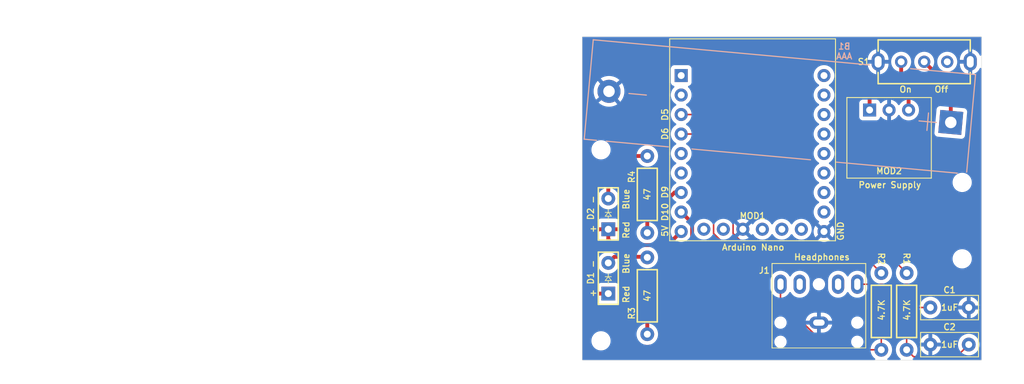
<source format=kicad_pcb>
(kicad_pcb (version 20240108) (generator "pcbnew") (generator_version "8.0")
  (title_block (date "2025-01-11"))
  (layers (0 "F.Cu" signal) (31 "B.Cu" signal) (34 "B.Paste" user) (35 "F.Paste" user) (36 "B.SilkS" user "B.Silkscreen") (37 "F.SilkS" user "F.Silkscreen") (38 "B.Mask" user) (39 "F.Mask" user) (44 "Edge.Cuts" user))
  (net 0 "")
  (net 1 "GND")
  (net 2 "Net-(MOD2-Vi)")
  (net 3 "Net-(J1-Ring)")
  (net 4 "Net-(J1-Tip)")
  (net 5 "+5V")
  (net 6 "Net-(D1-K)")
  (net 7 "Net-(D2-K)")
  (net 13 "Net-(MOD1-D5)")
  (net 14 "Net-(B1-Pad+)")
  (net 17 "Net-(MOD1-D9)")
  (net 24 "Net-(MOD1-D6)")
  (net 29 "Net-(MOD1-D10)")
  (footprint "MountingHole:MountingHole_2.1mm" (layer "F.Cu") (at 174.874 88.4)
    (property "Reference" "REF**" (hide yes))
    (property "Value" "MountingHole_2.1mm")
    (pad "" np_thru_hole circle (at 0 0) (size 2.1 2.1) (drill 2.1) (layers "F&B.Cu" "*.Mask"))
  )
  (footprint "Mitch_Library:Cap_THT_0.5mm" (layer "F.Cu") (at 173.228 94.742)
    (property "Reference" "C1" (at 0 -2.286 0) (layer "F.SilkS") (effects (font (size 0.8 0.8) (thickness 0.15) (bold yes))))
    (property "Value" "1uF" (at 0 0 0) (layer "F.SilkS") (effects (font (size 0.8 0.8) (thickness 0.15) (bold yes))))
    (fp_line (start -3.77 -1.58) (end 3.77 -1.58) (stroke (width 0.127)) (layer "F.SilkS"))
    (fp_line (start -3.77 1.6) (end -3.77 -1.58) (stroke (width 0.127)) (layer "F.SilkS"))
    (fp_line (start 3.77 -1.58) (end 3.77 1.6) (stroke (width 0.127)) (layer "F.SilkS"))
    (fp_line (start 3.77 1.6) (end -3.77 1.6) (stroke (width 0.127)) (layer "F.SilkS"))
    (pad "1" thru_hole circle (at -2.5 0) (size 1.8 1.8) (drill 0.9) (layers "*.Cu" "*.Mask") (net 3 "Net-(J1-Ring)"))
    (pad "2" thru_hole circle (at 2.5 0) (size 1.8 1.8) (drill 0.9) (layers "*.Cu" "*.Mask") (net 1 "GND"))
  )
  (footprint "MountingHole:MountingHole_2.1mm" (layer "F.Cu") (at 174.874 78.45)
    (property "Reference" "REF**" (hide yes))
    (property "Value" "MountingHole_2.1mm")
    (pad "" np_thru_hole circle (at 0 0) (size 2.1 2.1) (drill 2.1) (layers "F&B.Cu" "*.Mask"))
  )
  (footprint "Mitch_Library:Nano_V3_SuperMini" (layer "F.Cu") (at 147.574 72.898)
    (property "Reference" "MOD1" (at 0 9.906 0) (layer "F.SilkS") (effects (font (size 0.8 0.8) (thickness 0.15) (bold yes))))
    (property "Value" "~" (hide yes))
    (fp_line (start -10.8 -13.15) (end 10.8 -13.15) (stroke (width 0.127)) (layer "F.SilkS"))
    (fp_line (start -10.8 13.15) (end -10.8 -13.15) (stroke (width 0.127)) (layer "F.SilkS"))
    (fp_line (start 10.8 -13.15) (end 10.8 13.15) (stroke (width 0.127)) (layer "F.SilkS"))
    (fp_line (start 10.8 13.15) (end -10.8 13.15) (stroke (width 0.127)) (layer "F.SilkS"))
    (pad "1" thru_hole rect (at -9.3 -8.37) (size 1.7 1.7) (drill 0.9) (layers "*.Cu" "*.Mask"))
    (pad "2" thru_hole circle (at -9.3 -5.83) (size 1.7 1.7) (drill 0.9) (layers "*.Cu" "*.Mask"))
    (pad "3" thru_hole circle (at -9.3 -3.29) (size 1.7 1.7) (drill 0.9) (layers "*.Cu" "*.Mask") (net 13 "Net-(MOD1-D5)"))
    (pad "4" thru_hole circle (at -9.3 -0.75) (size 1.7 1.7) (drill 0.9) (layers "*.Cu" "*.Mask") (net 24 "Net-(MOD1-D6)"))
    (pad "5" thru_hole circle (at -9.3 1.79) (size 1.7 1.7) (drill 0.9) (layers "*.Cu" "*.Mask"))
    (pad "6" thru_hole circle (at -9.3 4.33) (size 1.7 1.7) (drill 0.9) (layers "*.Cu" "*.Mask"))
    (pad "7" thru_hole circle (at -9.3 6.87) (size 1.7 1.7) (drill 0.9) (layers "*.Cu" "*.Mask") (net 17 "Net-(MOD1-D9)"))
    (pad "8" thru_hole circle (at -9.3 9.41) (size 1.7 1.7) (drill 0.9) (layers "*.Cu" "*.Mask") (net 29 "Net-(MOD1-D10)"))
    (pad "9" thru_hole circle (at -9.3 11.95) (size 1.7 1.7) (drill 0.9) (layers "*.Cu" "*.Mask") (net 5 "+5V"))
    (pad "10" thru_hole circle (at -6.35 11.65) (size 1.7 1.7) (drill 0.9) (layers "*.Cu" "*.Mask"))
    (pad "11" thru_hole circle (at -3.81 11.65) (size 1.7 1.7) (drill 0.9) (layers "*.Cu" "*.Mask"))
    (pad "12" thru_hole circle (at -1.27 11.65) (size 1.7 1.7) (drill 0.9) (layers "*.Cu" "*.Mask") (net 1 "GND"))
    (pad "13" thru_hole circle (at 1.27 11.65) (size 1.7 1.7) (drill 0.9) (layers "*.Cu" "*.Mask"))
    (pad "14" thru_hole circle (at 3.81 11.65) (size 1.7 1.7) (drill 0.9) (layers "*.Cu" "*.Mask"))
    (pad "15" thru_hole circle (at 6.35 11.65) (size 1.7 1.7) (drill 0.9) (layers "*.Cu" "*.Mask"))
    (pad "16" thru_hole circle (at 9.3 11.95) (size 1.7 1.7) (drill 0.9) (layers "*.Cu" "*.Mask") (net 1 "GND"))
    (pad "17" thru_hole circle (at 9.3 9.41) (size 1.7 1.7) (drill 0.9) (layers "*.Cu" "*.Mask"))
    (pad "18" thru_hole circle (at 9.3 6.87) (size 1.7 1.7) (drill 0.9) (layers "*.Cu" "*.Mask"))
    (pad "19" thru_hole circle (at 9.3 4.33) (size 1.7 1.7) (drill 0.9) (layers "*.Cu" "*.Mask"))
    (pad "20" thru_hole circle (at 9.3 1.79) (size 1.7 1.7) (drill 0.9) (layers "*.Cu" "*.Mask"))
    (pad "21" thru_hole circle (at 9.3 -0.75) (size 1.7 1.7) (drill 0.9) (layers "*.Cu" "*.Mask"))
    (pad "22" thru_hole circle (at 9.3 -3.29) (size 1.7 1.7) (drill 0.9) (layers "*.Cu" "*.Mask"))
    (pad "23" thru_hole circle (at 9.3 -5.83) (size 1.7 1.7) (drill 0.9) (layers "*.Cu" "*.Mask"))
    (pad "24" thru_hole circle (at 9.3 -8.37) (size 1.7 1.7) (drill 0.9) (layers "*.Cu" "*.Mask"))
  )
  (footprint "Mitch_Library:Cap_THT_0.5mm" (layer "F.Cu") (at 173.228 99.568)
    (property "Reference" "C2" (at 0 -2.286 0) (layer "F.SilkS") (effects (font (size 0.8 0.8) (thickness 0.15) (bold yes))))
    (property "Value" "1uF" (at 0 0 0) (layer "F.SilkS") (effects (font (size 0.8 0.8) (thickness 0.15) (bold yes))))
    (fp_line (start -3.77 -1.58) (end 3.77 -1.58) (stroke (width 0.127)) (layer "F.SilkS"))
    (fp_line (start -3.77 1.6) (end -3.77 -1.58) (stroke (width 0.127)) (layer "F.SilkS"))
    (fp_line (start 3.77 -1.58) (end 3.77 1.6) (stroke (width 0.127)) (layer "F.SilkS"))
    (fp_line (start 3.77 1.6) (end -3.77 1.6) (stroke (width 0.127)) (layer "F.SilkS"))
    (pad "1" thru_hole circle (at -2.5 0) (size 1.8 1.8) (drill 0.9) (layers "*.Cu" "*.Mask") (net 1 "GND"))
    (pad "2" thru_hole circle (at 2.5 0) (size 1.8 1.8) (drill 0.9) (layers "*.Cu" "*.Mask") (net 4 "Net-(J1-Tip)"))
  )
  (footprint "Mitch_Library:0.9-5V_To_5V_DC-DC_Step-Up_Power_Module" (layer "F.Cu") (at 165.354 72.644 -90)
    (property "Reference" "MOD2" (at 4.318 0 0) (layer "F.SilkS") (effects (font (size 0.8 0.8) (thickness 0.15) (bold yes))))
    (property "Value" "~" (hide yes))
    (fp_line (start -5.25 5.5) (end -5.25 -5.5) (stroke (width 0.127)) (layer "F.SilkS"))
    (fp_line (start 5.25 5.5) (end -5.25 5.5) (stroke (width 0.127)) (layer "F.SilkS"))
    (fp_line (start -5.25 -5.5) (end 5.25 -5.5) (stroke (width 0.127)) (layer "F.SilkS"))
    (fp_line (start 5.25 -5.5) (end 5.25 5.5) (stroke (width 0.127)) (layer "F.SilkS"))
    (pad "1" thru_hole rect (at -3.625 2.54 270) (size 1.7 1.7) (drill 0.9) (layers "*.Cu" "*.Mask") (net 5 "+5V"))
    (pad "2" thru_hole circle (at -3.625 0 270) (size 1.7 1.7) (drill 0.9) (layers "*.Cu" "*.Mask") (net 1 "GND"))
    (pad "3" thru_hole circle (at -3.625 -2.54 270) (size 1.7 1.7) (drill 0.9) (layers "*.Cu" "*.Mask") (net 2 "Net-(MOD2-Vi)"))
  )
  (footprint "Mitch_Library:LEDs_with_wires" (layer "F.Cu") (at 128.778 82.55 90)
    (property "Reference" "D2" (at 0 -2.286 90) (layer "F.SilkS") (effects (font (size 0.8 0.8) (thickness 0.15) (bold yes))))
    (property "Value" "White")
    (fp_line (start 3.4 -1.3) (end 3.4 1.3) (stroke (width 0.2032)) (layer "F.SilkS"))
    (fp_line (start -3.4 -1.3) (end 3.4 -1.3) (stroke (width 0.2032)) (layer "F.SilkS"))
    (fp_line (start 0.2 -0.4) (end 0.2 0.4) (stroke (width 0.1)) (layer "F.SilkS"))
    (fp_line (start -0.3 -0.4) (end -0.3 0.4) (stroke (width 0.1)) (layer "F.SilkS"))
    (fp_line (start 0.2 0) (end -0.3 -0.4) (stroke (width 0.1)) (layer "F.SilkS"))
    (fp_line (start 0.2 0) (end 0.6 0) (stroke (width 0.1)) (layer "F.SilkS"))
    (fp_line (start -0.3 0) (end -0.7 0) (stroke (width 0.1)) (layer "F.SilkS"))
    (fp_line (start -0.3 0.4) (end 0.2 0) (stroke (width 0.1)) (layer "F.SilkS"))
    (fp_line (start 3.4 1.3) (end -3.4 1.3) (stroke (width 0.2032)) (layer "F.SilkS"))
    (fp_line (start -3.4 1.3) (end -3.4 -1.3) (stroke (width 0.2032)) (layer "F.SilkS"))
    (fp_text user "+" (at -2.54 -1.524 90) (layer "F.SilkS") (effects (font (size 0.8 0.8) (thickness 0.15) (bold yes)) (justify left bottom)))
    (fp_text user "Blue" (at 0.5 2.8 90) (layer "F.SilkS") (effects (font (size 0.8 0.8) (thickness 0.15) (bold yes)) (justify left bottom)))
    (fp_text user "-" (at 1.27 -1.524 90) (layer "F.SilkS") (effects (font (size 0.8 0.8) (thickness 0.15) (bold yes)) (justify left bottom)))
    (fp_text user "Red" (at -3.302 2.8 90) (layer "F.SilkS") (effects (font (size 0.8 0.8) (thickness 0.15) (bold yes)) (justify left bottom)))
    (pad "1" thru_hole rect (at -2 0 90) (size 1.8 1.8) (drill 0.9) (layers "*.Cu" "*.Mask") (net 5 "+5V"))
    (pad "2" thru_hole circle (at 2 0 90) (size 1.8 1.8) (drill 0.9) (layers "*.Cu" "*.Mask") (net 7 "Net-(D2-K)"))
  )
  (footprint "Mitch_Library:KiCad_Designed_With" (layer "F.Cu") (at 166.878 83.82)
    (property "Reference" "REF**" (hide yes))
    (property "Value" "KiCad_Designed_With" (hide yes))
  )
  (footprint "Mitch_Library:LEDs_with_wires" (layer "F.Cu") (at 128.778 90.932 90)
    (property "Reference" "D1" (at 0 -2.286 90) (layer "F.SilkS") (effects (font (size 0.8 0.8) (thickness 0.15) (bold yes))))
    (property "Value" "White")
    (fp_line (start 3.4 -1.3) (end 3.4 1.3) (stroke (width 0.2032)) (layer "F.SilkS"))
    (fp_line (start -3.4 -1.3) (end 3.4 -1.3) (stroke (width 0.2032)) (layer "F.SilkS"))
    (fp_line (start 0.2 -0.4) (end 0.2 0.4) (stroke (width 0.1)) (layer "F.SilkS"))
    (fp_line (start -0.3 -0.4) (end -0.3 0.4) (stroke (width 0.1)) (layer "F.SilkS"))
    (fp_line (start 0.2 0) (end -0.3 -0.4) (stroke (width 0.1)) (layer "F.SilkS"))
    (fp_line (start 0.2 0) (end 0.6 0) (stroke (width 0.1)) (layer "F.SilkS"))
    (fp_line (start -0.3 0) (end -0.7 0) (stroke (width 0.1)) (layer "F.SilkS"))
    (fp_line (start -0.3 0.4) (end 0.2 0) (stroke (width 0.1)) (layer "F.SilkS"))
    (fp_line (start 3.4 1.3) (end -3.4 1.3) (stroke (width 0.2032)) (layer "F.SilkS"))
    (fp_line (start -3.4 1.3) (end -3.4 -1.3) (stroke (width 0.2032)) (layer "F.SilkS"))
    (fp_text user "+" (at -2.54 -1.524 90) (layer "F.SilkS") (effects (font (size 0.8 0.8) (thickness 0.15) (bold yes)) (justify left bottom)))
    (fp_text user "Blue" (at 0.5 2.8 90) (layer "F.SilkS") (effects (font (size 0.8 0.8) (thickness 0.15) (bold yes)) (justify left bottom)))
    (fp_text user "-" (at 1.27 -1.524 90) (layer "F.SilkS") (effects (font (size 0.8 0.8) (thickness 0.15) (bold yes)) (justify left bottom)))
    (fp_text user "Red" (at -3.302 2.8 90) (layer "F.SilkS") (effects (font (size 0.8 0.8)) (justify left bottom)))
    (pad "1" thru_hole rect (at -2 0 90) (size 1.8 1.8) (drill 0.9) (layers "*.Cu" "*.Mask") (net 5 "+5V"))
    (pad "2" thru_hole circle (at 2 0 90) (size 1.8 1.8) (drill 0.9) (layers "*.Cu" "*.Mask") (net 6 "Net-(D1-K)"))
  )
  (footprint "Mitch_Library:SPST_Slide_Switch_5-pin" (layer "F.Cu") (at 169.926 62.738 180)
    (property "Reference" "S1" (at 7.874 0 0) (layer "F.SilkS") (effects (font (size 0.8 0.8) (thickness 0.15) (bold yes))))
    (property "Value" "SPST, 5-pin" (hide yes))
    (fp_line (start 6 2.85) (end 6 1.4) (stroke (width 0.2)) (layer "F.SilkS"))
    (fp_line (start 6 -2.85) (end 6 -1.4) (stroke (width 0.2)) (layer "F.SilkS"))
    (fp_line (start -6 2.85) (end 6 2.85) (stroke (width 0.2)) (layer "F.SilkS"))
    (fp_line (start -6 2.85) (end -6 1.4) (stroke (width 0.2)) (layer "F.SilkS"))
    (fp_line (start -6 -1.4) (end -6 -2.85) (stroke (width 0.2)) (layer "F.SilkS"))
    (fp_line (start -6 -2.85) (end 6 -2.85) (stroke (width 0.2)) (layer "F.SilkS"))
    (pad "1" thru_hole circle (at -3 0 180) (size 1.6 1.6) (drill 0.9) (layers "*.Cu" "*.Mask"))
    (pad "2" thru_hole circle (at 0 0 180) (size 1.6 1.6) (drill 0.9) (layers "*.Cu" "*.Mask") (net 14 "Net-(B1-Pad+)"))
    (pad "3" thru_hole circle (at 3 0 180) (size 1.6 1.6) (drill 0.9) (layers "*.Cu" "*.Mask") (net 2 "Net-(MOD2-Vi)"))
    (pad "4" thru_hole oval (at -6 0 180) (size 1.7 2.3) (drill oval 0.9 1.5) (layers "*.Cu" "*.Mask") (net 1 "GND"))
    (pad "5" thru_hole oval (at 6 0 180) (size 1.7 2.3) (drill oval 0.9 1.5) (layers "*.Cu" "*.Mask") (net 1 "GND"))
  )
  (footprint "Mitch_Library:Resistor_THT_0.25W" (layer "F.Cu") (at 133.858 93.218 90)
    (property "Reference" "R3" (at -2.286 -2.032 90) (layer "F.SilkS") (effects (font (size 0.8 0.8) (thickness 0.15) (bold yes))))
    (property "Value" "47" (at 0 0 90) (layer "F.SilkS") (effects (font (size 0.8 0.8) (thickness 0.15) (bold yes))))
    (fp_line (start 3.4 -1.3) (end 3.4 1.3) (stroke (width 0.2032)) (layer "F.SilkS"))
    (fp_line (start -3.4 -1.3) (end 3.4 -1.3) (stroke (width 0.2032)) (layer "F.SilkS"))
    (fp_line (start 3.4 1.3) (end -3.4 1.3) (stroke (width 0.2032)) (layer "F.SilkS"))
    (fp_line (start -3.4 1.3) (end -3.4 -1.3) (stroke (width 0.2032)) (layer "F.SilkS"))
    (pad "1" thru_hole circle (at -5 0 90) (size 1.8 1.8) (drill 0.9) (layers "*.Cu" "*.Mask") (net 29 "Net-(MOD1-D10)"))
    (pad "2" thru_hole circle (at 5 0 90) (size 1.8 1.8) (drill 0.9) (layers "*.Cu" "*.Mask") (net 6 "Net-(D1-K)"))
  )
  (footprint "Mitch_Library:Resistor_THT_0.25W" (layer "F.Cu") (at 133.858 80.01 90)
    (property "Reference" "R4" (at 2.286 -2.032 90) (layer "F.SilkS") (effects (font (size 0.8 0.8) (thickness 0.15) (bold yes))))
    (property "Value" "47" (at 0 0 90) (layer "F.SilkS") (effects (font (size 0.8 0.8) (thickness 0.15) (bold yes))))
    (fp_line (start 3.4 -1.3) (end 3.4 1.3) (stroke (width 0.2032)) (layer "F.SilkS"))
    (fp_line (start -3.4 -1.3) (end 3.4 -1.3) (stroke (width 0.2032)) (layer "F.SilkS"))
    (fp_line (start 3.4 1.3) (end -3.4 1.3) (stroke (width 0.2032)) (layer "F.SilkS"))
    (fp_line (start -3.4 1.3) (end -3.4 -1.3) (stroke (width 0.2032)) (layer "F.SilkS"))
    (pad "1" thru_hole circle (at -5 0 90) (size 1.8 1.8) (drill 0.9) (layers "*.Cu" "*.Mask") (net 17 "Net-(MOD1-D9)"))
    (pad "2" thru_hole circle (at 5 0 90) (size 1.8 1.8) (drill 0.9) (layers "*.Cu" "*.Mask") (net 7 "Net-(D2-K)"))
  )
  (footprint "Mitch_Library:CC_BY-SA_logo" (layer "F.Cu") (at 137.16 92.456 90)
    (property "Reference" "REF**" (hide yes))
    (property "Value" "CC_BY-SA_logo")
  )
  (footprint "Mitch_Library:Cornfield_Electronics_logo_19mm" (layer "F.Cu") (at 139.954 100.457)
    (property "Reference" "G***" (hide yes))
    (property "Value" "LOGO" (hide yes))
  )
  (footprint "Mitch_Library:Resistor_THT_0.25W" (layer "F.Cu") (at 164.338 95.25 -90)
    (property "Reference" "R2" (at -6.858 0 -90) (layer "F.SilkS") (effects (font (size 0.8 0.8) (thickness 0.15) (bold yes))))
    (property "Value" "4.7K")
    (fp_line (start -3.4 1.3) (end -3.4 -1.3) (stroke (width 0.2032)) (layer "F.SilkS"))
    (fp_line (start 3.4 1.3) (end -3.4 1.3) (stroke (width 0.2032)) (layer "F.SilkS"))
    (fp_line (start -3.4 -1.3) (end 3.4 -1.3) (stroke (width 0.2032)) (layer "F.SilkS"))
    (fp_line (start 3.4 -1.3) (end 3.4 1.3) (stroke (width 0.2032)) (layer "F.SilkS"))
    (pad "1" thru_hole circle (at -5 0 270) (size 1.8 1.8) (drill 0.9) (layers "*.Cu" "*.Mask") (net 24 "Net-(MOD1-D6)"))
    (pad "2" thru_hole circle (at 5 0 270) (size 1.8 1.8) (drill 0.9) (layers "*.Cu" "*.Mask") (net 3 "Net-(J1-Ring)"))
  )
  (footprint "Mitch_Library:Open_Hardware_logo_12mm" (layer "F.Cu") (at 143.256 93.472)
    (property "Reference" "G***" (hide yes))
    (property "Value" "LOGO" (hide yes))
  )
  (footprint "MountingHole:MountingHole_2.1mm" (layer "F.Cu") (at 127.832 74.2)
    (property "Reference" "REF**" (hide yes))
    (property "Value" "MountingHole_2.1mm")
    (pad "" np_thru_hole circle (at 0 0) (size 2.1 2.1) (drill 2.1) (layers "F&B.Cu" "*.Mask"))
  )
  (footprint "MountingHole:MountingHole_2.1mm" (layer "F.Cu") (at 127.832 99.08)
    (property "Reference" "REF**" (hide yes))
    (property "Value" "MountingHole_2.1mm")
    (pad "" np_thru_hole circle (at 0 0) (size 2.1 2.1) (drill 2.1) (layers "F&B.Cu" "*.Mask"))
  )
  (footprint "Mitch_Library:Resistor_THT_0.25W" (layer "F.Cu") (at 167.64 95.25 -90)
    (property "Reference" "R1" (at -6.858 0 -90) (layer "F.SilkS") (effects (font (size 0.8 0.8) (thickness 0.15) (bold yes))))
    (property "Value" "4.7K")
    (fp_line (start -3.4 1.3) (end -3.4 -1.3) (stroke (width 0.2032)) (layer "F.SilkS"))
    (fp_line (start 3.4 1.3) (end -3.4 1.3) (stroke (width 0.2032)) (layer "F.SilkS"))
    (fp_line (start -3.4 -1.3) (end 3.4 -1.3) (stroke (width 0.2032)) (layer "F.SilkS"))
    (fp_line (start 3.4 -1.3) (end 3.4 1.3) (stroke (width 0.2032)) (layer "F.SilkS"))
    (pad "1" thru_hole circle (at -5 0 270) (size 1.8 1.8) (drill 0.9) (layers "*.Cu" "*.Mask") (net 13 "Net-(MOD1-D5)"))
    (pad "2" thru_hole circle (at 5 0 270) (size 1.8 1.8) (drill 0.9) (layers "*.Cu" "*.Mask") (net 4 "Net-(J1-Tip)"))
  )
  (footprint "Mitch_Library:3.5mm_CUI_SJ1-3525NG_Horizontal" (layer "F.Cu") (at 156.21 95.512 180)
    (property "Reference" "J1" (at 7.112 5.596 0) (layer "F.SilkS") (effects (font (size 0.8 0.8) (thickness 0.15) (bold yes))))
    (property "Value" "~")
    (fp_line (start 6.1 6.5) (end -6.1 6.5) (stroke (width 0.12)) (layer "F.SilkS"))
    (fp_line (start 6.1 -4.5) (end 6.1 6.5) (stroke (width 0.12)) (layer "F.SilkS"))
    (fp_line (start 6.1 -4.5) (end -6.1 -4.5) (stroke (width 0.1)) (layer "F.SilkS"))
    (fp_line (start -6.1 6.5) (end -6.1 -4.5) (stroke (width 0.12)) (layer "F.SilkS"))
    (pad "" np_thru_hole circle (at -5 -3.7) (size 1.2 1.2) (drill 1.2) (layers "F&B.Cu" "*.Mask"))
    (pad "" np_thru_hole circle (at -5 -1.2) (size 1.2 1.2) (drill 1.2) (layers "F&B.Cu" "*.Mask"))
    (pad "" np_thru_hole circle (at 0 3.8) (size 1.2 1.2) (drill 1.2) (layers "F&B.Cu" "*.Mask"))
    (pad "" np_thru_hole circle (at 5 -3.7) (size 1.2 1.2) (drill 1.2) (layers "F&B.Cu" "*.Mask"))
    (pad "" np_thru_hole circle (at 5 -1.2) (size 1.2 1.2) (drill 1.2) (layers "F&B.Cu" "*.Mask"))
    (pad "1" thru_hole oval (at 0 -1.2) (size 2.5 1.6) (drill oval 1.5 0.8) (layers "*.Cu" "*.Mask") (net 1 "GND"))
    (pad "2" thru_hole oval (at -5 3.8 180) (size 1.6 2.5) (drill oval 0.8 1.5) (layers "*.Cu" "*.Mask") (net 4 "Net-(J1-Tip)"))
    (pad "3" thru_hole oval (at 5 3.8) (size 1.6 2.5) (drill oval 0.8 1.5) (layers "*.Cu" "*.Mask") (net 3 "Net-(J1-Ring)"))
    (pad "4" thru_hole oval (at -2.5 3.8 180) (size 1.6 2.5) (drill oval 0.8 1.5) (layers "*.Cu" "*.Mask"))
    (pad "5" thru_hole oval (at 2.5 3.8) (size 1.6 2.5) (drill oval 0.8 1.5) (layers "*.Cu" "*.Mask"))
  )
  (footprint "Mitch_Library:Battery_Holder_Keystone_2466_1xAAA_TH" (layer "B.Cu") (at 151.13 68.612 -95.199)
    (property "Reference" "B1" (hide yes))
    (property "Value" "~" (hide yes))
    (fp_line (start 6.5 25) (end -6.5 25) (stroke (width 0.15)) (layer "B.SilkS"))
    (fp_line (start 6.5 23.4) (end 6.5 25) (stroke (width 0.15)) (layer "B.SilkS"))
    (fp_line (start 6.5 14) (end 6.5 22.1) (stroke (width 0.15)) (layer "B.SilkS"))
    (fp_line (start 6.5 -4.6) (end 6.5 10.9) (stroke (width 0.15)) (layer "B.SilkS"))
    (fp_line (start -6.5 -11.1) (end -6.5 25) (stroke (width 0.15)) (layer "B.SilkS"))
    (fp_line (start 6.5 -23.8) (end 6.5 -8) (stroke (width 0.15)) (layer "B.SilkS"))
    (fp_line (start 6.246 -25) (end -6.5 -25) (stroke (width 0.15)) (layer "B.SilkS"))
    (fp_line (start -6.5 -25) (end -6.5 -16.5) (stroke (width 0.15)) (layer "B.SilkS"))
    (fp_text user "+" (at 0.176621 -19.112625 84.801) (layer "B.SilkS") (effects (font (size 3 3)) (justify mirror)))
    (fp_text user "-" (at -0.194325 18.600915 174.801) (layer "B.SilkS") (effects (font (size 3 3)) (justify mirror)))
    (pad "+" thru_hole rect (at -0.000002 -22.35 264.801) (size 3 3) (drill 1.5) (layers "*.Cu" "*.Mask") (net 14 "Net-(B1-Pad+)"))
    (pad "-" thru_hole circle (at 0.000002 22.35 264.801) (size 3 3) (drill 1.5) (layers "*.Cu" "*.Mask") (net 1 "GND"))
  )
  (gr_line (start 125.392 59.468) (end 125.392 101.6) (stroke (width 0.05)) (layer "Edge.Cuts"))
  (gr_line (start 177.392 59.468) (end 125.392 59.468) (stroke (width 0.05)) (layer "Edge.Cuts"))
  (gr_line (start 125.392 101.6) (end 177.392 101.6) (stroke (width 0.05)) (layer "Edge.Cuts"))
  (gr_line (start 177.392 101.6) (end 177.392 59.468) (stroke (width 0.05)) (layer "Edge.Cuts"))
  (gr_text "B1\nAAA" (at 159.512 62.484 0) (layer "B.SilkS") (effects (font (size 0.8 0.8) (thickness 0.15) (bold yes)) (justify bottom mirror)))
  (gr_text "Arduino Nano" (at 143.51 87.376 0) (layer "F.SilkS") (effects (font (size 0.8 0.8) (thickness 0.15) (bold yes)) (justify left bottom)))
  (gr_text "D9" (at 136.63 80.6 90) (layer "F.SilkS") (effects (font (size 0.8 0.8) (thickness 0.15) (bold yes)) (justify left bottom)))
  (gr_text "Headphones" (at 152.908 88.646 0) (layer "F.SilkS") (effects (font (size 0.8 0.8) (thickness 0.15) (bold yes)) (justify left bottom)))
  (gr_text "4.7K" (at 164.846 96.52 90) (layer "F.SilkS") (effects (font (size 0.8 0.8) (thickness 0.15) (bold yes)) (justify left bottom)))
  (gr_text "D10" (at 136.63 83.566 90) (layer "F.SilkS") (effects (font (size 0.8 0.8) (thickness 0.15) (bold yes)) (justify left bottom)))
  (gr_text "Power Supply" (at 161.29 79.248 0) (layer "F.SilkS") (effects (font (size 0.8 0.8) (thickness 0.15) (bold yes)) (justify left bottom)))
  (gr_text "5V" (at 136.63 85.598 90) (layer "F.SilkS") (effects (font (size 0.8 0.8) (thickness 0.15) (bold yes)) (justify left bottom)))
  (gr_text "D6" (at 136.63 73 90) (layer "F.SilkS") (effects (font (size 0.8 0.8) (thickness 0.15) (bold yes)) (justify left bottom)))
  (gr_text "On" (at 166.624 66.802 0) (layer "F.SilkS") (effects (font (size 0.8 0.8) (thickness 0.15) (bold yes)) (justify left bottom)))
  (gr_text "GND" (at 159.512 86.106 90) (layer "F.SilkS") (effects (font (size 0.8 0.8) (thickness 0.15) (bold yes)) (justify left bottom)))
  (gr_text "D5" (at 136.63 70.5 90) (layer "F.SilkS") (effects (font (size 0.8 0.8) (thickness 0.15) (bold yes)) (justify left bottom)))
  (gr_text "4.7K" (at 168.148 96.52 90) (layer "F.SilkS") (effects (font (size 0.8 0.8) (thickness 0.15) (bold yes)) (justify left bottom)))
  (gr_text "Off" (at 171.196 66.802 0) (layer "F.SilkS") (effects (font (size 0.8 0.8) (thickness 0.15) (bold yes)) (justify left bottom)))
  (segment (start 167.894 65.278) (end 167.894 69.019) (width 0.5) (layer "F.Cu") (net 2))
  (segment (start 166.926 62.738) (end 166.926 64.31) (width 0.5) (layer "F.Cu") (net 2))
  (segment (start 166.926 64.31) (end 167.894 65.278) (width 0.5) (layer "F.Cu") (net 2))
  (segment (start 157.654 100.25) (end 164.338 100.25) (width 0.2) (layer "F.Cu") (net 3))
  (segment (start 164.338 98.552) (end 164.338 100.25) (width 0.2) (layer "F.Cu") (net 3))
  (segment (start 170.728 94.742) (end 168.148 94.742) (width 0.2) (layer "F.Cu") (net 3))
  (segment (start 151.21 93.806) (end 157.654 100.25) (width 0.2) (layer "F.Cu") (net 3))
  (segment (start 168.148 94.742) (end 164.338 98.552) (width 0.2) (layer "F.Cu") (net 3))
  (segment (start 151.21 91.712) (end 151.21 93.806) (width 0.2) (layer "F.Cu") (net 3))
  (segment (start 169.672 96.774) (end 171.196 96.774) (width 0.2) (layer "F.Cu") (net 4))
  (segment (start 172.212 93.472) (end 170.452 91.712) (width 0.2) (layer "F.Cu") (net 4))
  (segment (start 167.64 100.25) (end 167.64 98.806) (width 0.2) (layer "F.Cu") (net 4))
  (segment (start 171.196 96.774) (end 172.212 95.758) (width 0.2) (layer "F.Cu") (net 4))
  (segment (start 170.452 91.712) (end 161.21 91.712) (width 0.2) (layer "F.Cu") (net 4))
  (segment (start 174.146 101.15) (end 168.54 101.15) (width 0.2) (layer "F.Cu") (net 4))
  (segment (start 168.54 101.15) (end 167.64 100.25) (width 0.2) (layer "F.Cu") (net 4))
  (segment (start 167.64 98.806) (end 169.672 96.774) (width 0.2) (layer "F.Cu") (net 4))
  (segment (start 172.212 95.758) (end 172.212 93.472) (width 0.2) (layer "F.Cu") (net 4))
  (segment (start 175.728 99.568) (end 174.146 101.15) (width 0.2) (layer "F.Cu") (net 4))
  (segment (start 136.144 79.502) (end 131.064 84.582) (width 0.5) (layer "F.Cu") (net 5))
  (segment (start 162.814 69.019) (end 162.814 67.31) (width 0.5) (layer "F.Cu") (net 5))
  (segment (start 131.064 84.582) (end 131.032 84.55) (width 0.5) (layer "F.Cu") (net 5))
  (segment (start 129.54 86.614) (end 136.508 86.614) (width 0.5) (layer "F.Cu") (net 5))
  (segment (start 136.144 63.246) (end 136.144 79.502) (width 0.5) (layer "F.Cu") (net 5))
  (segment (start 126.492 92.202) (end 126.492 85.598) (width 0.5) (layer "F.Cu") (net 5))
  (segment (start 137.414 61.976) (end 136.144 63.246) (width 0.5) (layer "F.Cu") (net 5))
  (segment (start 128.778 85.852) (end 129.54 86.614) (width 0.5) (layer "F.Cu") (net 5))
  (segment (start 127.254 92.964) (end 126.492 92.202) (width 0.5) (layer "F.Cu") (net 5))
  (segment (start 128.778 84.55) (end 128.778 85.852) (width 0.5) (layer "F.Cu") (net 5))
  (segment (start 157.48 61.976) (end 137.414 61.976) (width 0.5) (layer "F.Cu") (net 5))
  (segment (start 127.54 84.55) (end 128.778 84.55) (width 0.5) (layer "F.Cu") (net 5))
  (segment (start 136.508 86.614) (end 138.274 84.848) (width 0.5) (layer "F.Cu") (net 5))
  (segment (start 162.814 67.31) (end 157.48 61.976) (width 0.5) (layer "F.Cu") (net 5))
  (segment (start 127.286 92.932) (end 127.254 92.964) (width 0.5) (layer "F.Cu") (net 5))
  (segment (start 126.492 85.598) (end 127.54 84.55) (width 0.5) (layer "F.Cu") (net 5))
  (segment (start 128.778 92.932) (end 127.286 92.932) (width 0.5) (layer "F.Cu") (net 5))
  (segment (start 131.032 84.55) (end 128.778 84.55) (width 0.5) (layer "F.Cu") (net 5))
  (segment (start 133.778 88.138) (end 133.858 88.218) (width 0.5) (layer "F.Cu") (net 6))
  (segment (start 128.778 88.932) (end 129.572 88.138) (width 0.5) (layer "F.Cu") (net 6))
  (segment (start 129.572 88.138) (end 133.778 88.138) (width 0.5) (layer "F.Cu") (net 6))
  (segment (start 133.858 75.01) (end 132 75.01) (width 0.5) (layer "F.Cu") (net 7))
  (segment (start 132 75.01) (end 128.778 78.232) (width 0.5) (layer "F.Cu") (net 7))
  (segment (start 128.778 78.232) (end 128.778 80.55) (width 0.5) (layer "F.Cu") (net 7))
  (segment (start 140.208 69.596) (end 140.196 69.608) (width 0.2) (layer "F.Cu") (net 13))
  (segment (start 164.258 86.868) (end 146.812 86.868) (width 0.2) (layer "F.Cu") (net 13))
  (segment (start 140.196 69.608) (end 138.274 69.608) (width 0.2) (layer "F.Cu") (net 13))
  (segment (start 167.64 90.25) (end 164.258 86.868) (width 0.2) (layer "F.Cu") (net 13))
  (segment (start 145.034 74.422) (end 140.208 69.596) (width 0.2) (layer "F.Cu") (net 13))
  (segment (start 145.034 85.09) (end 145.034 74.422) (width 0.2) (layer "F.Cu") (net 13))
  (segment (start 146.812 86.868) (end 145.034 85.09) (width 0.2) (layer "F.Cu") (net 13))
  (segment (start 173.388052 66.200052) (end 169.926 62.738) (width 0.5) (layer "F.Cu") (net 14))
  (segment (start 173.388052 70.637248) (end 173.388052 66.200052) (width 0.5) (layer "F.Cu") (net 14))
  (segment (start 133.858 85.01) (end 133.858 83.312) (width 0.5) (layer "F.Cu") (net 17))
  (segment (start 137.402 79.768) (end 138.274 79.768) (width 0.5) (layer "F.Cu") (net 17))
  (segment (start 133.858 83.312) (end 137.402 79.768) (width 0.5) (layer "F.Cu") (net 17))
  (segment (start 142.494 85.09) (end 142.494 73.914) (width 0.2) (layer "F.Cu") (net 24))
  (segment (start 162.48 88.392) (end 145.796 88.392) (width 0.2) (layer "F.Cu") (net 24))
  (segment (start 140.704 72.148) (end 138.274 72.148) (width 0.2) (layer "F.Cu") (net 24))
  (segment (start 140.716 72.136) (end 140.704 72.148) (width 0.2) (layer "F.Cu") (net 24))
  (segment (start 145.796 88.392) (end 142.494 85.09) (width 0.2) (layer "F.Cu") (net 24))
  (segment (start 164.338 90.25) (end 162.48 88.392) (width 0.2) (layer "F.Cu") (net 24))
  (segment (start 142.494 73.914) (end 140.716 72.136) (width 0.2) (layer "F.Cu") (net 24))
  (segment (start 138.274 82.308) (end 139.7 83.734) (width 0.5) (layer "F.Cu") (net 29))
  (segment (start 139.7 85.852) (end 138.684 86.868) (width 0.5) (layer "F.Cu") (net 29))
  (segment (start 139.7 83.734) (end 139.7 85.852) (width 0.5) (layer "F.Cu") (net 29))
  (segment (start 138.684 86.868) (end 137.668 86.868) (width 0.5) (layer "F.Cu") (net 29))
  (segment (start 137.668 86.868) (end 133.858 90.678) (width 0.5) (layer "F.Cu") (net 29))
  (segment (start 133.858 90.678) (end 133.858 98.218) (width 0.5) (layer "F.Cu") (net 29))
  (zone (net 0) (net_name "") (layer "F.Cu") (priority 2) (connect_pads (clearance 0.5)) (min_thickness 0.25) (fill yes (thermal_gap 0.5) (thermal_bridge_width 0.5) (island_removal_mode 1) (island_area_min 10))
    (polygon (pts (xy 149.606 101.346) (xy 149.606 96.52) (xy 147.574 96.52) (xy 147.574 90.424) (xy 144.78 88.392) (xy 140.462 88.392) (xy 139.7 89.154) (xy 136.144 89.154) (xy 135.89 89.408) (xy 135.89 99.314) (xy 135.382 99.568) (xy 130.302 99.568) (xy 130.302 101.346)))
  )
  (zone (net 0) (net_name "") (layer "F.Cu") (priority 1) (connect_pads (clearance 0.5)) (min_thickness 0.25) (fill yes (thermal_gap 0.5) (thermal_bridge_width 0.5) (island_removal_mode 1) (island_area_min 10))
    (polygon (pts (xy 160.02 79.502) (xy 165.862 79.502) (xy 166.878 80.772) (xy 173.736 80.772) (xy 173.736 86.36) (xy 173.228 86.614) (xy 160.02 86.614)))
  )
  (zone (net 1) (net_name "GND") (layer "B.Cu") (connect_pads (clearance 0.5)) (min_thickness 0.25) (fill yes (thermal_gap 0.5) (thermal_bridge_width 0.5))
    (polygon (pts (xy 124.968 59.182) (xy 177.8 59.182) (xy 177.8 102.108) (xy 124.968 102.108)))
  )
)
</source>
